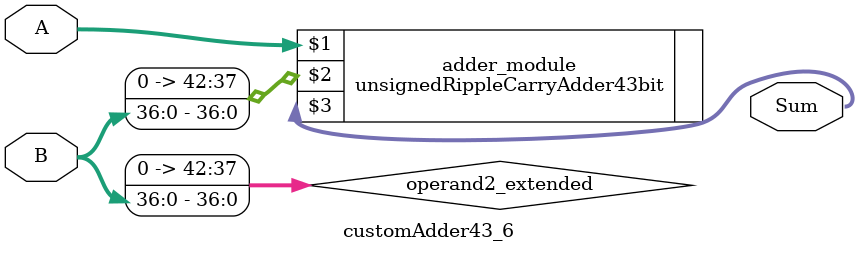
<source format=v>
module customAdder43_6(
                        input [42 : 0] A,
                        input [36 : 0] B,
                        
                        output [43 : 0] Sum
                );

        wire [42 : 0] operand2_extended;
        
        assign operand2_extended =  {6'b0, B};
        
        unsignedRippleCarryAdder43bit adder_module(
            A,
            operand2_extended,
            Sum
        );
        
        endmodule
        
</source>
